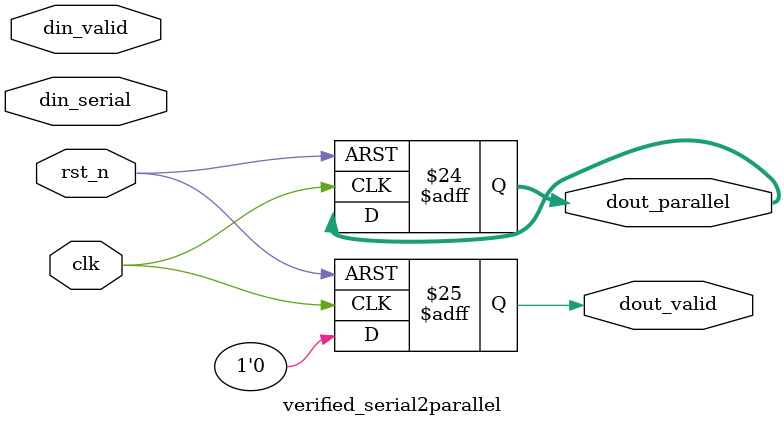
<source format=v>

module verified_serial2parallel(
	input clk,
	input rst_n,
	input din_serial,
	input din_valid,
	output reg [7:0]dout_parallel,
	output reg dout_valid
);

	reg[7:0]din_tmp;
	reg[2:0]cnt;
	
	always@(posedge clk or negedge rst_n)begin
		if(!rst_n)
			cnt <= 0;
		else if(din_valid)
			cnt <= (cnt == 4'd8)?0:cnt+1'b1;
		else	
			cnt <= 0;
	end
	
	always@(posedge clk or negedge rst_n)begin
		if(!rst_n)
			din_tmp <= 8'b0;
		else if(din_valid && cnt <= 4'd7)
			din_tmp <= {din_tmp[6:0],din_serial};
	
	end 
	
	always@(posedge clk or negedge rst_n)begin
		if(!rst_n)begin
			dout_valid <= 1'b0;
			dout_parallel <= 8'b0;
		end
		else if(cnt == 4'd8)begin
			dout_valid <= 1'b1;
			dout_parallel <= din_tmp;
		end
		else begin
			dout_valid <= 1'b0;
		end
	end 
	
endmodule

</source>
